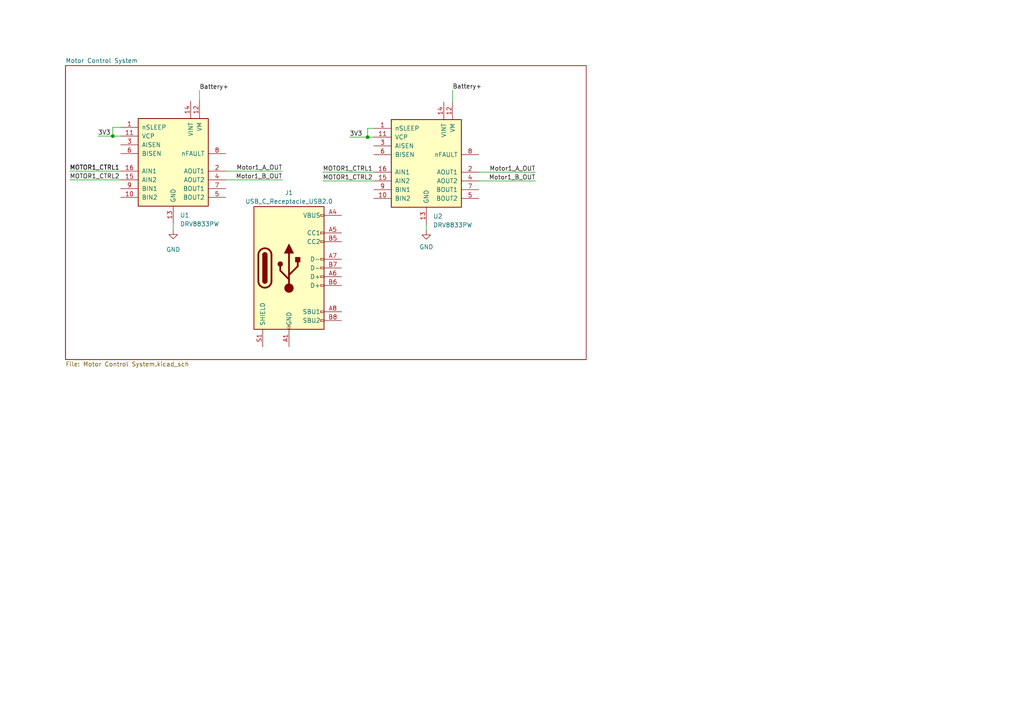
<source format=kicad_sch>
(kicad_sch (version 20230121) (generator eeschema)
  (paper "A4")
  (title_block (title "Power Subsystem") (date "2025-03-25") (rev "Rev 1.0"))
  (lib_symbols
    (symbol "Connector:USB_C_Receptacle_USB2.0" (pin_names (offset 1.016))
      (property "Reference" "J" (at -10.16 19.05 0))
      (property "Value" "USB_C_Receptacle_USB2.0" (at 19.05 19.05 0))
      (symbol "USB_C_Receptacle_USB2.0_0_0"
        (rectangle (start -0.254 -17.78) (end 0.254 -16.764))
        (rectangle (start 10.16 -14.986) (end 9.144 -15.494))
        (rectangle (start 10.16 -12.446) (end 9.144 -12.954))
        (rectangle (start 10.16 -4.826) (end 9.144 -5.334))
        (rectangle (start 10.16 -2.286) (end 9.144 -2.794))
        (rectangle (start 10.16 0.254) (end 9.144 -0.254))
        (rectangle (start 10.16 2.794) (end 9.144 2.286))
        (rectangle (start 10.16 7.874) (end 9.144 7.366))
        (rectangle (start 10.16 10.414) (end 9.144 9.906))
        (rectangle (start 10.16 15.494) (end 9.144 14.986))
      )
      (symbol "USB_C_Receptacle_USB2.0_0_1"
        (rectangle (start -10.16 17.78) (end 10.16 -17.78) (stroke (width 0.254)) (fill (type background)))
        (arc (start -8.89 -3.81) (mid -6.985 -5.7067) (end -5.08 -3.81) (stroke (width 0.508)))
        (arc (start -7.62 -3.81) (mid -6.985 -4.4423) (end -6.35 -3.81) (stroke (width 0.254)))
        (arc (start -7.62 -3.81) (mid -6.985 -4.4423) (end -6.35 -3.81) (stroke (width 0.254)) (fill (type outline)))
        (rectangle (start -7.62 -3.81) (end -6.35 3.81) (stroke (width 0.254)) (fill (type outline)))
        (arc (start -6.35 3.81) (mid -6.985 4.4423) (end -7.62 3.81) (stroke (width 0.254)))
        (arc (start -6.35 3.81) (mid -6.985 4.4423) (end -7.62 3.81) (stroke (width 0.254)) (fill (type outline)))
        (arc (start -5.08 3.81) (mid -6.985 5.7067) (end -8.89 3.81) (stroke (width 0.508)))
        (circle (center -2.54 1.143) (radius 0.635) (stroke (width 0.254)) (fill (type outline)))
        (circle (center 0 -5.842) (radius 1.27) (fill (type outline)))
        (polyline (pts (xy -8.89 -3.81) (xy -8.89 3.81)) (stroke (width 0.508)))
        (polyline (pts (xy -5.08 3.81) (xy -5.08 -3.81)) (stroke (width 0.508)))
        (polyline (pts (xy 0 -5.842) (xy 0 4.318)) (stroke (width 0.508)))
        (polyline (pts (xy 0 -3.302) (xy -2.54 -0.762) (xy -2.54 0.508)) (stroke (width 0.508)))
        (polyline (pts (xy 0 -2.032) (xy 2.54 0.508) (xy 2.54 1.778)) (stroke (width 0.508)))
        (polyline (pts (xy -1.27 4.318) (xy 0 6.858) (xy 1.27 4.318) (xy -1.27 4.318)) (stroke (width 0.254)) (fill (type outline)))
        (rectangle (start 1.905 1.778) (end 3.175 3.048) (stroke (width 0.254)) (fill (type outline)))
      )
      (symbol "USB_C_Receptacle_USB2.0_1_1"
        (pin passive line (at 0 -22.86 90) (length 5.08) (name "GND") (number "A1"))
        (pin passive line (at 0 -22.86 90) (length 5.08) hide (name "GND") (number "A12"))
        (pin passive line (at 15.24 15.24 180) (length 5.08) (name "VBUS") (number "A4"))
        (pin bidirectional line (at 15.24 10.16 180) (length 5.08) (name "CC1") (number "A5"))
        (pin bidirectional line (at 15.24 -2.54 180) (length 5.08) (name "D+") (number "A6"))
        (pin bidirectional line (at 15.24 2.54 180) (length 5.08) (name "D-") (number "A7"))
        (pin bidirectional line (at 15.24 -12.7 180) (length 5.08) (name "SBU1") (number "A8"))
        (pin passive line (at 15.24 15.24 180) (length 5.08) hide (name "VBUS") (number "A9"))
        (pin passive line (at 0 -22.86 90) (length 5.08) hide (name "GND") (number "B1"))
        (pin passive line (at 0 -22.86 90) (length 5.08) hide (name "GND") (number "B12"))
        (pin passive line (at 15.24 15.24 180) (length 5.08) hide (name "VBUS") (number "B4"))
        (pin bidirectional line (at 15.24 7.62 180) (length 5.08) (name "CC2") (number "B5"))
        (pin bidirectional line (at 15.24 -5.08 180) (length 5.08) (name "D+") (number "B6"))
        (pin bidirectional line (at 15.24 0 180) (length 5.08) (name "D-") (number "B7"))
        (pin bidirectional line (at 15.24 -15.24 180) (length 5.08) (name "SBU2") (number "B8"))
        (pin passive line (at 15.24 15.24 180) (length 5.08) hide (name "VBUS") (number "B9"))
        (pin passive line (at -7.62 -22.86 90) (length 5.08) (name "SHIELD") (number "S1"))
      )
    )
    (symbol "Driver_Motor:DRV8833PW" (pin_names (offset 1.016))
      (property "Reference" "U" (at -3.81 16.51 0))
      (property "Value" "DRV8833PW" (at -3.81 13.97 0))
      (symbol "DRV8833PW_0_1"
        (rectangle (start -10.16 12.7) (end 10.16 -12.7) (stroke (width 0.254)) (fill (type background)))
      )
      (symbol "DRV8833PW_1_1"
        (pin input line (at -15.24 10.16 0) (length 5.08) (name "nSLEEP") (number "1"))
        (pin input line (at -15.24 -10.16 0) (length 5.08) (name "BIN2") (number "10"))
        (pin bidirectional line (at -15.24 7.62 0) (length 5.08) (name "VCP") (number "11"))
        (pin power_in line (at 7.62 17.78 270) (length 5.08) (name "VM") (number "12"))
        (pin power_in line (at 0 -17.78 90) (length 5.08) (name "GND") (number "13"))
        (pin power_in line (at 5.08 17.78 270) (length 5.08) (name "VINT") (number "14"))
        (pin input line (at -15.24 -5.08 0) (length 5.08) (name "AIN2") (number "15"))
        (pin input line (at -15.24 -2.54 0) (length 5.08) (name "AIN1") (number "16"))
        (pin power_out line (at 15.24 -2.54 180) (length 5.08) (name "AOUT1") (number "2"))
        (pin bidirectional line (at -15.24 5.08 0) (length 5.08) (name "AISEN") (number "3"))
        (pin power_out line (at 15.24 -5.08 180) (length 5.08) (name "AOUT2") (number "4"))
        (pin power_out line (at 15.24 -10.16 180) (length 5.08) (name "BOUT2") (number "5"))
        (pin bidirectional line (at -15.24 2.54 0) (length 5.08) (name "BISEN") (number "6"))
        (pin power_out line (at 15.24 -7.62 180) (length 5.08) (name "BOUT1") (number "7"))
        (pin open_collector line (at 15.24 2.54 180) (length 5.08) (name "nFAULT") (number "8"))
        (pin input line (at -15.24 -7.62 0) (length 5.08) (name "BIN1") (number "9"))
      )
    )
    (symbol "power:GND" (power) (pin_names (offset 0))
      (property "Value" "GND" (at 0 -3.81 0))
      (symbol "GND_0_1"
        (polyline (pts (xy 0 0) (xy 0 -1.27) (xy 1.27 -1.27) (xy 0 -2.54) (xy -1.27 -1.27) (xy 0 -1.27)))
      )
      (symbol "GND_1_1"
        (pin power_in line (at 0 0 270) (length 0) hide (name "GND") (number "1"))
      )
    )
  )
  (junction (at 106.6292 39.7764))
  (junction (at 32.7152 39.4716))
  (wire (pts (xy 93.6244 49.9364) (xy 108.4072 49.9364)))
  (wire (pts (xy 138.8872 49.9364) (xy 155.2956 49.9364)))
  (wire (pts (xy 65.4812 52.1716) (xy 81.8896 52.1716)))
  (wire (pts (xy 50.2412 64.8716) (xy 50.2412 66.7512)))
  (wire (pts (xy 106.6292 39.7764) (xy 108.4072 39.7764)))
  (wire (pts (xy 65.4812 49.6316) (xy 81.8896 49.6316)))
  (wire (pts (xy 35.0012 36.9316) (xy 32.7152 36.9316)))
  (wire (pts (xy 32.7152 36.9316) (xy 32.7152 39.4716)))
  (wire (pts (xy 108.4072 37.2364) (xy 106.6292 37.2364)))
  (wire (pts (xy 20.2184 52.1716) (xy 35.0012 52.1716)))
  (wire (pts (xy 131.2672 26.1112) (xy 131.2672 29.6164)))
  (wire (pts (xy 20.2184 49.6316) (xy 35.0012 49.6316)))
  (wire (pts (xy 101.3968 39.7764) (xy 106.6292 39.7764)))
  (wire (pts (xy 138.8872 52.4764) (xy 155.2956 52.4764)))
  (wire (pts (xy 123.6472 65.1764) (xy 123.6472 66.8528)))
  (wire (pts (xy 106.6292 37.2364) (xy 106.6292 39.7764)))
  (wire (pts (xy 93.6244 52.4764) (xy 108.4072 52.4764)))
  (wire (pts (xy 32.7152 39.4716) (xy 35.0012 39.4716)))
  (wire (pts (xy 57.8612 26.2128) (xy 57.8612 29.3116)))
  (wire (pts (xy 28.3972 39.4716) (xy 32.7152 39.4716)))
  (label "3V3" (at 28.3972 39.4716 0))
  (label "MOTOR1_CTRL2" (at 20.2184 52.1716 0))
  (label "Battery+" (at 131.2672 26.1112 0))
  (label "MOTOR1_CTRL1" (at 20.2184 49.6316 0))
  (label "3V3" (at 101.3968 39.7764 0))
  (label "Motor1_B_OUT" (at 81.8896 52.1716 180))
  (label "Motor1_A_OUT" (at 155.2956 49.9364 180))
  (label "Motor1_B_OUT" (at 155.2956 52.4764 180))
  (label "MOTOR1_CTRL1" (at 93.6244 49.9364 0))
  (label "MOTOR1_CTRL1" (at 20.2184 49.6316 0))
  (label "Battery+" (at 57.8612 26.2128 0))
  (label "MOTOR1_CTRL2" (at 93.6244 52.4764 0))
  (label "Motor1_A_OUT" (at 81.8896 49.6316 180))
  (symbol (lib_id "Driver_Motor:DRV8833PW") (at 50.2412 47.0916 0) (unit 1)
    (property "Reference" "U1" (at 52.1971 62.4332 0) (effects (justify left)))
    (property "Value" "DRV8833PW" (at 52.1971 64.9732 0) (effects (justify left)))
    (property "Footprint" "Package_SO:TSSOP-16_4.4x5mm_P0.65mm" (effects hide))
    (property "Datasheet" "http://www.ti.com/lit/ds/symlink/drv8833.pdf" (effects hide))
  )
  (symbol (lib_id "Driver_Motor:DRV8833PW") (at 123.6472 47.3964 0) (unit 1)
    (property "Reference" "U2" (at 125.6031 62.738 0) (effects (justify left)))
    (property "Value" "DRV8833PW" (at 125.6031 65.278 0) (effects (justify left)))
    (property "Footprint" "Package_SO:TSSOP-16_4.4x5mm_P0.65mm" (effects hide))
    (property "Datasheet" "http://www.ti.com/lit/ds/symlink/drv8833.pdf" (effects hide))
  )
  (symbol (lib_id "power:GND") (at 123.6472 66.8528 0) (unit 1)
    (property "Reference" "#PWR02" (effects hide))
    (property "Value" "GND" (at 123.6472 71.628 0))
  )
  (symbol (lib_id "Connector:USB_C_Receptacle_USB2.0") (at 83.82 77.724 0) (unit 1)
    (property "Reference" "J1" (at 83.82 55.88 0))
    (property "Value" "USB_C_Receptacle_USB2.0" (at 83.82 58.42 0))
    (property "Datasheet" "https://www.usb.org/sites/default/files/documents/usb_type-c.zip" (effects hide))
  )
  (symbol (lib_id "power:GND") (at 50.2412 66.7512 0) (unit 1)
    (property "Reference" "#PWR01" (effects hide))
    (property "Value" "GND" (at 50.2412 72.39 0))
  )
  (sheet (at 18.9992 19.05) (size 151.0284 85.2424) (stroke (width 0.1524))
    (property "Sheetname" "Motor Control System" (at 18.9992 18.3384 0) (effects (justify left bottom)))
    (property "Sheetfile" "Motor Control System.kicad_sch" (at 18.9992 104.877 0) (effects (justify left top)))
  )
)
</source>
